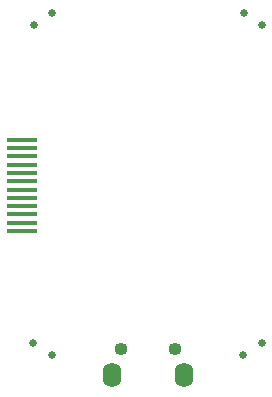
<source format=gbr>
%TF.GenerationSoftware,KiCad,Pcbnew,5.1.5+dfsg1-2~bpo10+1*%
%TF.CreationDate,Date%
%TF.ProjectId,osw-light,6f73772d-6c69-4676-9874-2e6b69636164,1.0*%
%TF.SameCoordinates,Original*%
%TF.FileFunction,Soldermask,Bot*%
%TF.FilePolarity,Negative*%
%FSLAX46Y46*%
G04 Gerber Fmt 4.6, Leading zero omitted, Abs format (unit mm)*
G04 Created by KiCad*
%MOMM*%
%LPD*%
G04 APERTURE LIST*
%ADD10O,1.100000X1.100000*%
%ADD11O,1.600000X2.100000*%
%ADD12C,0.652000*%
%ADD13R,2.602000X0.452000*%
G04 APERTURE END LIST*
D10*
%TO.C,U5*%
X78486000Y-115570000D03*
X73914000Y-115570000D03*
D11*
X79248000Y-117792500D03*
X73152000Y-117792500D03*
%TD*%
D12*
%TO.C,SW2*%
X85888834Y-88148769D03*
X84344422Y-87145816D03*
%TD*%
%TO.C,SW1*%
X68108834Y-87111231D03*
X66564422Y-88114184D03*
%TD*%
%TO.C,SW5*%
X66511166Y-115051231D03*
X68055578Y-116054184D03*
%TD*%
%TO.C,SW4*%
X84291166Y-116088769D03*
X85835578Y-115085816D03*
%TD*%
D13*
%TO.C,U4*%
X65528000Y-101377000D03*
X65528000Y-100677000D03*
X65528000Y-99977000D03*
X65528000Y-99277000D03*
X65528000Y-98577000D03*
X65528000Y-97877000D03*
X65528000Y-102077000D03*
X65528000Y-102777000D03*
X65528000Y-103477000D03*
X65528000Y-104177000D03*
X65528000Y-104877000D03*
X65528000Y-105577000D03*
%TD*%
M02*

</source>
